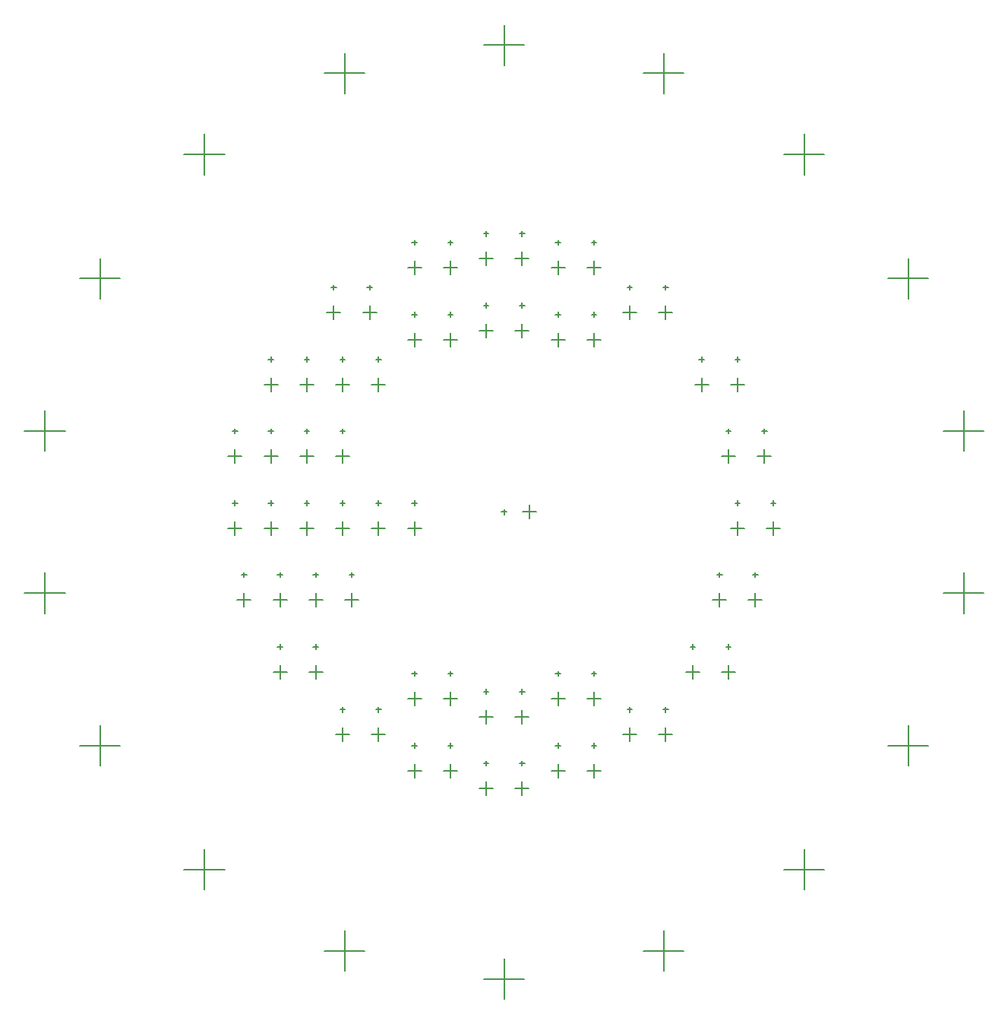
<source format=gbr>
G04 Layer_Color=128*
%FSLAX26Y26*%
%MOIN*%
%TF.FileFunction,Drillmap*%
%TF.Part,Single*%
G01*
G75*
%TA.AperFunction,NonConductor*%
%ADD21C,0.005000*%
D21*
X-1404527Y1568268D02*
X-1227361D01*
X-1315944Y1479685D02*
Y1656851D01*
X-788781Y1923780D02*
X-611615D01*
X-700198Y1835197D02*
Y2012363D01*
X-88583Y2047244D02*
X88583D01*
X0Y1958661D02*
Y2135827D01*
X611615Y1923780D02*
X788781D01*
X700198Y1835197D02*
Y2012363D01*
X1227361Y1568280D02*
X1404527D01*
X1315944Y1479697D02*
Y1656863D01*
X1684383Y1023622D02*
X1861549D01*
X1772966Y935039D02*
Y1112205D01*
X1927559Y355500D02*
X2104725D01*
X2016142Y266917D02*
Y444083D01*
X1927559Y-355500D02*
X2104725D01*
X2016142Y-444083D02*
Y-266917D01*
X1684383Y-1023622D02*
X1861549D01*
X1772966Y-1112205D02*
Y-935039D01*
X1227361Y-1568280D02*
X1404527D01*
X1315944Y-1656863D02*
Y-1479697D01*
X611615Y-1923780D02*
X788781D01*
X700198Y-2012363D02*
Y-1835197D01*
X-88583Y-2047244D02*
X88583D01*
X0Y-2135827D02*
Y-1958661D01*
X-788781Y-1923780D02*
X-611615D01*
X-700198Y-2012363D02*
Y-1835197D01*
X-1404527Y-1568280D02*
X-1227361D01*
X-1315944Y-1656863D02*
Y-1479697D01*
X-1861549Y-1023622D02*
X-1684383D01*
X-1772966Y-1112205D02*
Y-935039D01*
X-2104725Y-355500D02*
X-1927559D01*
X-2016142Y-444083D02*
Y-266917D01*
X-2104725Y355500D02*
X-1927559D01*
X-2016142Y266917D02*
Y444083D01*
X-1861549Y1023622D02*
X-1684383D01*
X-1772966Y935039D02*
Y1112205D01*
X-896142Y244330D02*
X-836142D01*
X-866142Y214330D02*
Y274330D01*
X-877142Y354330D02*
X-855142D01*
X-866142Y343330D02*
Y365330D01*
X-423700Y1071102D02*
X-363700D01*
X-393700Y1041102D02*
Y1101102D01*
X-404700Y1181102D02*
X-382700D01*
X-393700Y1170102D02*
Y1192102D01*
X-108740Y-897402D02*
X-48740D01*
X-78740Y-927402D02*
Y-867402D01*
X-89740Y-787402D02*
X-67740D01*
X-78740Y-798402D02*
Y-776402D01*
X-1211102Y244330D02*
X-1151102D01*
X-1181102Y214330D02*
Y274330D01*
X-1192102Y354330D02*
X-1170102D01*
X-1181102Y343330D02*
Y365330D01*
X-1053622Y559292D02*
X-993622D01*
X-1023622Y529292D02*
Y589292D01*
X-1034622Y669292D02*
X-1012622D01*
X-1023622Y658292D02*
Y680292D01*
X-108740Y1110472D02*
X-48740D01*
X-78740Y1080472D02*
Y1140472D01*
X-89740Y1220472D02*
X-67740D01*
X-78740Y1209472D02*
Y1231472D01*
X-423700Y-818662D02*
X-363700D01*
X-393700Y-848662D02*
Y-788662D01*
X-404700Y-708662D02*
X-382700D01*
X-393700Y-719662D02*
Y-697662D01*
X206220Y1071102D02*
X266220D01*
X236220Y1041102D02*
Y1101102D01*
X225220Y1181102D02*
X247220D01*
X236220Y1170102D02*
Y1192102D01*
X-423700Y756142D02*
X-363700D01*
X-393700Y726142D02*
Y786142D01*
X-404700Y866142D02*
X-382700D01*
X-393700Y855142D02*
Y877142D01*
X-108740Y795512D02*
X-48740D01*
X-78740Y765512D02*
Y825512D01*
X-89740Y905512D02*
X-67740D01*
X-78740Y894512D02*
Y916512D01*
X-738662Y-976142D02*
X-678662D01*
X-708662Y-1006142D02*
Y-946142D01*
X-719662Y-866142D02*
X-697662D01*
X-708662Y-877142D02*
Y-855142D01*
X521182Y874252D02*
X581182D01*
X551182Y844252D02*
Y904252D01*
X540182Y984252D02*
X562182D01*
X551182Y973252D02*
Y995252D01*
X206220Y756142D02*
X266220D01*
X236220Y726142D02*
Y786142D01*
X225220Y866142D02*
X247220D01*
X236220Y855142D02*
Y877142D01*
X993622Y-70630D02*
X1053622D01*
X1023622Y-100630D02*
Y-40630D01*
X1012622Y39370D02*
X1034622D01*
X1023622Y28370D02*
Y50370D01*
X-856772Y-385590D02*
X-796772D01*
X-826772Y-415590D02*
Y-355590D01*
X-837772Y-275590D02*
X-815772D01*
X-826772Y-286590D02*
Y-264590D01*
X836142Y559292D02*
X896142D01*
X866142Y529292D02*
Y589292D01*
X855142Y669292D02*
X877142D01*
X866142Y658292D02*
Y680292D01*
X521182Y-976142D02*
X581182D01*
X551182Y-1006142D02*
Y-946142D01*
X540182Y-866142D02*
X562182D01*
X551182Y-877142D02*
Y-855142D01*
X206220Y-1133622D02*
X266220D01*
X236220Y-1163622D02*
Y-1103622D01*
X225220Y-1023622D02*
X247220D01*
X236220Y-1034622D02*
Y-1012622D01*
X-581182Y-70630D02*
X-521182D01*
X-551182Y-100630D02*
Y-40630D01*
X-562182Y39370D02*
X-540182D01*
X-551182Y28370D02*
Y50370D01*
X954252Y244330D02*
X1014252D01*
X984252Y214330D02*
Y274330D01*
X973252Y354330D02*
X995252D01*
X984252Y343330D02*
Y365330D01*
X-423700Y-1133622D02*
X-363700D01*
X-393700Y-1163622D02*
Y-1103622D01*
X-404700Y-1023622D02*
X-382700D01*
X-393700Y-1034622D02*
Y-1012622D01*
X-108740Y-1212362D02*
X-48740D01*
X-78740Y-1242362D02*
Y-1182362D01*
X-89740Y-1102362D02*
X-67740D01*
X-78740Y-1113362D02*
Y-1091362D01*
X-1211102Y-70630D02*
X-1151102D01*
X-1181102Y-100630D02*
Y-40630D01*
X-1192102Y39370D02*
X-1170102D01*
X-1181102Y28370D02*
Y50370D01*
X914882Y-385590D02*
X974882D01*
X944882Y-415590D02*
Y-355590D01*
X933882Y-275590D02*
X955882D01*
X944882Y-286590D02*
Y-264590D01*
X-896142Y-70630D02*
X-836142D01*
X-866142Y-100630D02*
Y-40630D01*
X-877142Y39370D02*
X-855142D01*
X-866142Y28370D02*
Y50370D01*
X-856772Y-700552D02*
X-796772D01*
X-826772Y-730552D02*
Y-670552D01*
X-837772Y-590552D02*
X-815772D01*
X-826772Y-601552D02*
Y-579552D01*
X-1014252Y-700552D02*
X-954252D01*
X-984252Y-730552D02*
Y-670552D01*
X-995252Y-590552D02*
X-973252D01*
X-984252Y-601552D02*
Y-579552D01*
X-738662Y559292D02*
X-678662D01*
X-708662Y529292D02*
Y589292D01*
X-719662Y669292D02*
X-697662D01*
X-708662Y658292D02*
Y680292D01*
X796772Y-700552D02*
X856772D01*
X826772Y-730552D02*
Y-670552D01*
X815772Y-590552D02*
X837772D01*
X826772Y-601552D02*
Y-579552D01*
X-1171732Y-385590D02*
X-1111732D01*
X-1141732Y-415590D02*
Y-355590D01*
X-1152732Y-275590D02*
X-1130732D01*
X-1141732Y-286590D02*
Y-264590D01*
X-778032Y874252D02*
X-718032D01*
X-748032Y844252D02*
Y904252D01*
X-759032Y984252D02*
X-737032D01*
X-748032Y973252D02*
Y995252D01*
X206220Y-818662D02*
X266220D01*
X236220Y-848662D02*
Y-788662D01*
X225220Y-708662D02*
X247220D01*
X236220Y-719662D02*
Y-697662D01*
X-620552Y874252D02*
X-560552D01*
X-590552Y844252D02*
Y904252D01*
X-601552Y984252D02*
X-579552D01*
X-590552Y973252D02*
Y995252D01*
X-896142Y559292D02*
X-836142D01*
X-866142Y529292D02*
Y589292D01*
X-877142Y669292D02*
X-855142D01*
X-866142Y658292D02*
Y680292D01*
X-581182Y559292D02*
X-521182D01*
X-551182Y529292D02*
Y589292D01*
X-562182Y669292D02*
X-540182D01*
X-551182Y658292D02*
Y680292D01*
X-1053622Y244330D02*
X-993622D01*
X-1023622Y214330D02*
Y274330D01*
X-1034622Y354330D02*
X-1012622D01*
X-1023622Y343330D02*
Y365330D01*
X-738662Y244330D02*
X-678662D01*
X-708662Y214330D02*
Y274330D01*
X-719662Y354330D02*
X-697662D01*
X-708662Y343330D02*
Y365330D01*
X-738662Y-70630D02*
X-678662D01*
X-708662Y-100630D02*
Y-40630D01*
X-719662Y39370D02*
X-697662D01*
X-708662Y28370D02*
Y50370D01*
X-1053622Y-70630D02*
X-993622D01*
X-1023622Y-100630D02*
Y-40630D01*
X-1034622Y39370D02*
X-1012622D01*
X-1023622Y28370D02*
Y50370D01*
X-423700Y-70630D02*
X-363700D01*
X-393700Y-100630D02*
Y-40630D01*
X-404700Y39370D02*
X-382700D01*
X-393700Y28370D02*
Y50370D01*
X-1014252Y-385590D02*
X-954252D01*
X-984252Y-415590D02*
Y-355590D01*
X-995252Y-275590D02*
X-973252D01*
X-984252Y-286590D02*
Y-264590D01*
X-699292Y-385590D02*
X-639292D01*
X-669292Y-415590D02*
Y-355590D01*
X-680292Y-275590D02*
X-658292D01*
X-669292Y-286590D02*
Y-264590D01*
X-266220Y1071102D02*
X-206220D01*
X-236220Y1041102D02*
Y1101102D01*
X-247220Y1181102D02*
X-225220D01*
X-236220Y1170102D02*
Y1192102D01*
X-266220Y756142D02*
X-206220D01*
X-236220Y726142D02*
Y786142D01*
X-247220Y866142D02*
X-225220D01*
X-236220Y855142D02*
Y877142D01*
X48740Y1110472D02*
X108740D01*
X78740Y1080472D02*
Y1140472D01*
X67740Y1220472D02*
X89740D01*
X78740Y1209472D02*
Y1231472D01*
X48740Y795512D02*
X108740D01*
X78740Y765512D02*
Y825512D01*
X67740Y905512D02*
X89740D01*
X78740Y894512D02*
Y916512D01*
X363700Y1071102D02*
X423700D01*
X393700Y1041102D02*
Y1101102D01*
X382700Y1181102D02*
X404700D01*
X393700Y1170102D02*
Y1192102D01*
X363700Y756142D02*
X423700D01*
X393700Y726142D02*
Y786142D01*
X382700Y866142D02*
X404700D01*
X393700Y855142D02*
Y877142D01*
X678662Y874252D02*
X738662D01*
X708662Y844252D02*
Y904252D01*
X697662Y984252D02*
X719662D01*
X708662Y973252D02*
Y995252D01*
X993622Y559292D02*
X1053622D01*
X1023622Y529292D02*
Y589292D01*
X1012622Y669292D02*
X1034622D01*
X1023622Y658292D02*
Y680292D01*
X1111732Y244330D02*
X1171732D01*
X1141732Y214330D02*
Y274330D01*
X1130732Y354330D02*
X1152732D01*
X1141732Y343330D02*
Y365330D01*
X1151102Y-70630D02*
X1211102D01*
X1181102Y-100630D02*
Y-40630D01*
X1170102Y39370D02*
X1192102D01*
X1181102Y28370D02*
Y50370D01*
X1072362Y-385590D02*
X1132362D01*
X1102362Y-415590D02*
Y-355590D01*
X1091362Y-275590D02*
X1113362D01*
X1102362Y-286590D02*
Y-264590D01*
X954252Y-700552D02*
X1014252D01*
X984252Y-730552D02*
Y-670552D01*
X973252Y-590552D02*
X995252D01*
X984252Y-601552D02*
Y-579552D01*
X-581182Y-976142D02*
X-521182D01*
X-551182Y-1006142D02*
Y-946142D01*
X-562182Y-866142D02*
X-540182D01*
X-551182Y-877142D02*
Y-855142D01*
X-266220Y-1133622D02*
X-206220D01*
X-236220Y-1163622D02*
Y-1103622D01*
X-247220Y-1023622D02*
X-225220D01*
X-236220Y-1034622D02*
Y-1012622D01*
X-266220Y-818662D02*
X-206220D01*
X-236220Y-848662D02*
Y-788662D01*
X-247220Y-708662D02*
X-225220D01*
X-236220Y-719662D02*
Y-697662D01*
X48740Y-1212362D02*
X108740D01*
X78740Y-1242362D02*
Y-1182362D01*
X67740Y-1102362D02*
X89740D01*
X78740Y-1113362D02*
Y-1091362D01*
X48740Y-897402D02*
X108740D01*
X78740Y-927402D02*
Y-867402D01*
X67740Y-787402D02*
X89740D01*
X78740Y-798402D02*
Y-776402D01*
X363700Y-1133622D02*
X423700D01*
X393700Y-1163622D02*
Y-1103622D01*
X382700Y-1023622D02*
X404700D01*
X393700Y-1034622D02*
Y-1012622D01*
X363700Y-818662D02*
X423700D01*
X393700Y-848662D02*
Y-788662D01*
X382700Y-708662D02*
X404700D01*
X393700Y-719662D02*
Y-697662D01*
X678662Y-976142D02*
X738662D01*
X708662Y-1006142D02*
Y-946142D01*
X697662Y-866142D02*
X719662D01*
X708662Y-877142D02*
Y-855142D01*
X80000Y0D02*
X140000D01*
X110000Y-30000D02*
Y30000D01*
X-11000Y0D02*
X11000D01*
X0Y-11000D02*
Y11000D01*
%TF.MD5,55d47b7e267178cf1c75a707818df151*%
M02*

</source>
